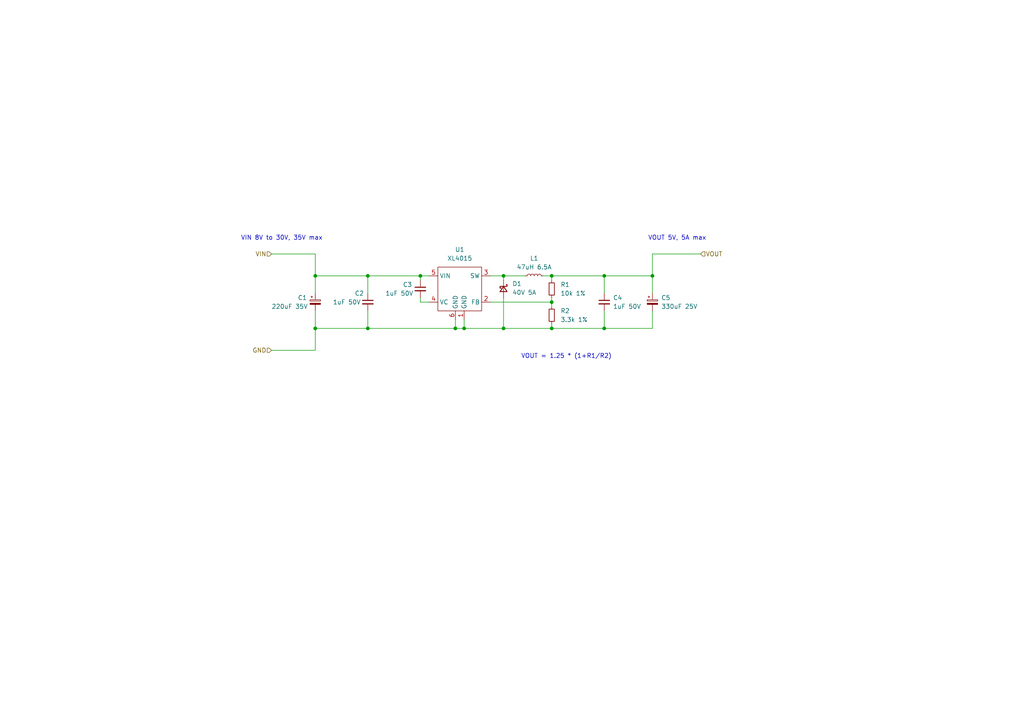
<source format=kicad_sch>
(kicad_sch (version 20211123) (generator eeschema)
  (paper "A4")
  (lib_symbols
    (symbol "Device:C_Polarized_Small" (pin_numbers hide) (pin_names (offset 0.254) hide)
      (property "Reference" "C" (at 0.254 1.778 0))
      (property "Value" "C_Polarized_Small" (at 0.254 -2.032 0))
      (symbol "C_Polarized_Small_0_1"
        (rectangle (start -1.524 -0.3048) (end 1.524 -0.6858) (fill (type outline)))
        (rectangle (start -1.524 0.6858) (end 1.524 0.3048))
        (polyline (pts (xy -1.27 1.524) (xy -0.762 1.524)))
        (polyline (pts (xy -1.016 1.27) (xy -1.016 1.778)))
      )
      (symbol "C_Polarized_Small_1_1"
        (pin passive line (at 0 2.54 270) (length 1.8542) (name "~") (number "1"))
        (pin passive line (at 0 -2.54 90) (length 1.8542) (name "~") (number "2"))
      )
    )
    (symbol "Device:C_Small" (pin_numbers hide) (pin_names (offset 0.254) hide)
      (property "Reference" "C" (at 0.254 1.778 0))
      (property "Value" "C_Small" (at 0.254 -2.032 0))
      (symbol "C_Small_0_1"
        (polyline (pts (xy -1.524 -0.508) (xy 1.524 -0.508)) (stroke (width 0.3302)))
        (polyline (pts (xy -1.524 0.508) (xy 1.524 0.508)) (stroke (width 0.3048)))
      )
      (symbol "C_Small_1_1"
        (pin passive line (at 0 2.54 270) (length 2.032) (name "~") (number "1"))
        (pin passive line (at 0 -2.54 90) (length 2.032) (name "~") (number "2"))
      )
    )
    (symbol "Device:D_Schottky_Small" (pin_numbers hide) (pin_names (offset 0.254) hide)
      (property "Reference" "D" (at -1.27 2.032 0))
      (property "Value" "D_Schottky_Small" (at -7.112 -2.032 0))
      (symbol "D_Schottky_Small_0_1"
        (polyline (pts (xy -0.762 0) (xy 0.762 0)))
        (polyline (pts (xy 0.762 -1.016) (xy -0.762 0) (xy 0.762 1.016) (xy 0.762 -1.016)) (stroke (width 0.254)))
        (polyline (pts (xy -1.27 0.762) (xy -1.27 1.016) (xy -0.762 1.016) (xy -0.762 -1.016) (xy -0.254 -1.016) (xy -0.254 -0.762)) (stroke (width 0.254)))
      )
      (symbol "D_Schottky_Small_1_1"
        (pin passive line (at -2.54 0 0) (length 1.778) (name "K") (number "1"))
        (pin passive line (at 2.54 0 180) (length 1.778) (name "A") (number "2"))
      )
    )
    (symbol "Device:L_Small" (pin_numbers hide) (pin_names (offset 0.254) hide)
      (property "Reference" "L" (at 0.762 1.016 0))
      (property "Value" "L_Small" (at 0.762 -1.016 0))
      (symbol "L_Small_0_1"
        (arc (start 0 -2.032) (mid 0.508 -1.524) (end 0 -1.016))
        (arc (start 0 -1.016) (mid 0.508 -0.508) (end 0 0))
        (arc (start 0 0) (mid 0.508 0.508) (end 0 1.016))
        (arc (start 0 1.016) (mid 0.508 1.524) (end 0 2.032))
      )
      (symbol "L_Small_1_1"
        (pin passive line (at 0 2.54 270) (length 0.508) (name "~") (number "1"))
        (pin passive line (at 0 -2.54 90) (length 0.508) (name "~") (number "2"))
      )
    )
    (symbol "Device:R_Small" (pin_numbers hide) (pin_names (offset 0.254) hide)
      (property "Reference" "R" (at 0.762 0.508 0))
      (property "Value" "R_Small" (at 0.762 -1.016 0))
      (symbol "R_Small_0_1"
        (rectangle (start -0.762 1.778) (end 0.762 -1.778) (stroke (width 0.2032)))
      )
      (symbol "R_Small_1_1"
        (pin passive line (at 0 2.54 270) (length 0.762) (name "~") (number "1"))
        (pin passive line (at 0 -2.54 90) (length 0.762) (name "~") (number "2"))
      )
    )
    (symbol "XL4015_1"
      (property "Reference" "U" (at -5.08 7.62 0))
      (property "Value" "XL4015_1" (at 2.54 7.62 0))
      (symbol "XL4015_1_0_1"
        (rectangle (start -6.35 6.35) (end 6.35 -6.35))
      )
      (symbol "XL4015_1_1_1"
        (pin input line (at 1.27 -8.89 90) (length 2.54) (name "GND") (number "1"))
        (pin input line (at 8.89 -3.81 180) (length 2.54) (name "FB") (number "2"))
        (pin input line (at 8.89 3.81 180) (length 2.54) (name "SW") (number "3"))
        (pin input line (at -8.89 -3.81 0) (length 2.54) (name "VC") (number "4"))
        (pin power_in line (at -8.89 3.81 0) (length 2.54) (name "VIN") (number "5"))
        (pin input line (at -1.27 -8.89 90) (length 2.54) (name "GND") (number "6"))
      )
    )
  )
  (junction (at 160.02 87.63))
  (junction (at 106.68 95.25))
  (junction (at 106.68 80.01))
  (junction (at 132.08 95.25))
  (junction (at 121.92 80.01))
  (junction (at 175.26 95.25))
  (junction (at 134.62 95.25))
  (junction (at 146.05 80.01))
  (junction (at 175.26 80.01))
  (junction (at 91.44 95.25))
  (junction (at 160.02 95.25))
  (junction (at 160.02 80.01))
  (junction (at 189.23 80.01))
  (junction (at 91.44 80.01))
  (junction (at 146.05 95.25))
  (wire (pts (xy 134.62 95.25) (xy 132.08 95.25)))
  (wire (pts (xy 175.26 80.01) (xy 189.23 80.01)))
  (wire (pts (xy 121.92 87.63) (xy 121.92 86.36)))
  (wire (pts (xy 146.05 80.01) (xy 146.05 81.28)))
  (wire (pts (xy 91.44 80.01) (xy 106.68 80.01)))
  (wire (pts (xy 78.74 73.66) (xy 91.44 73.66)))
  (wire (pts (xy 146.05 95.25) (xy 160.02 95.25)))
  (wire (pts (xy 189.23 90.17) (xy 189.23 95.25)))
  (wire (pts (xy 124.46 87.63) (xy 121.92 87.63)))
  (wire (pts (xy 175.26 90.17) (xy 175.26 95.25)))
  (wire (pts (xy 189.23 73.66) (xy 203.2 73.66)))
  (wire (pts (xy 146.05 86.36) (xy 146.05 95.25)))
  (wire (pts (xy 121.92 80.01) (xy 106.68 80.01)))
  (wire (pts (xy 106.68 90.17) (xy 106.68 95.25)))
  (wire (pts (xy 146.05 80.01) (xy 152.4 80.01)))
  (wire (pts (xy 91.44 85.09) (xy 91.44 80.01)))
  (wire (pts (xy 124.46 80.01) (xy 121.92 80.01)))
  (wire (pts (xy 157.48 80.01) (xy 160.02 80.01)))
  (wire (pts (xy 160.02 80.01) (xy 175.26 80.01)))
  (wire (pts (xy 160.02 86.36) (xy 160.02 87.63)))
  (wire (pts (xy 106.68 95.25) (xy 132.08 95.25)))
  (wire (pts (xy 142.24 80.01) (xy 146.05 80.01)))
  (wire (pts (xy 189.23 80.01) (xy 189.23 85.09)))
  (wire (pts (xy 78.74 101.6) (xy 91.44 101.6)))
  (wire (pts (xy 132.08 95.25) (xy 132.08 92.71)))
  (wire (pts (xy 142.24 87.63) (xy 160.02 87.63)))
  (wire (pts (xy 175.26 80.01) (xy 175.26 85.09)))
  (wire (pts (xy 175.26 95.25) (xy 189.23 95.25)))
  (wire (pts (xy 106.68 80.01) (xy 106.68 85.09)))
  (wire (pts (xy 160.02 95.25) (xy 175.26 95.25)))
  (wire (pts (xy 160.02 93.98) (xy 160.02 95.25)))
  (wire (pts (xy 134.62 92.71) (xy 134.62 95.25)))
  (wire (pts (xy 189.23 73.66) (xy 189.23 80.01)))
  (wire (pts (xy 91.44 73.66) (xy 91.44 80.01)))
  (wire (pts (xy 160.02 80.01) (xy 160.02 81.28)))
  (wire (pts (xy 160.02 87.63) (xy 160.02 88.9)))
  (wire (pts (xy 91.44 95.25) (xy 106.68 95.25)))
  (wire (pts (xy 121.92 80.01) (xy 121.92 81.28)))
  (wire (pts (xy 91.44 90.17) (xy 91.44 95.25)))
  (wire (pts (xy 91.44 101.6) (xy 91.44 95.25)))
  (wire (pts (xy 146.05 95.25) (xy 134.62 95.25)))
  (text "VOUT = 1.25 * (1+R1/R2)" (at 151.13 104.14 0) (effects (font (size 1.27 1.27)) (justify left bottom)))
  (text "VIN 8V to 30V, 35V max" (at 69.85 69.85 0) (effects (font (size 1.27 1.27)) (justify left bottom)))
  (text "VOUT 5V, 5A max" (at 187.96 69.85 0) (effects (font (size 1.27 1.27)) (justify left bottom)))
  (hierarchical_label "VOUT" (shape input) (at 203.2 73.66 0))
  (hierarchical_label "VIN" (shape input) (at 78.74 73.66 180))
  (hierarchical_label "GND" (shape input) (at 78.74 101.6 180))
  (symbol (lib_id "Device:C_Small") (at 121.92 83.82 0) (unit 1)
    (property "Reference" "C3" (at 116.84 82.55 0) (effects (justify left)))
    (property "Value" "1uF 50V" (at 111.76 85.09 0) (effects (justify left)))
    (property "Footprint" "Capacitor_SMD:C_0402_1005Metric" (effects hide))
    (property "Val" "1uF 50V" (effects hide))
    (property "Manu" "Murata" (effects hide))
    (property "Part" "GRM155R61H105KE05D" (effects hide))
  )
  (symbol (lib_id "Device:C_Small") (at 106.68 87.63 0) (unit 1)
    (property "Reference" "C2" (at 102.87 85.09 0) (effects (justify left)))
    (property "Value" "1uF 50V" (at 96.52 87.63 0) (effects (justify left)))
    (property "Footprint" "Capacitor_SMD:C_0402_1005Metric" (effects hide))
    (property "Val" "1uF 50V" (effects hide))
    (property "Manu" "Murata" (effects hide))
    (property "Part" "GRM155R61H105KE05D" (effects hide))
  )
  (symbol (lib_id "Device:C_Polarized_Small") (at 91.44 87.63 0) (unit 1)
    (property "Reference" "C1" (at 86.36 86.36 0) (effects (justify left)))
    (property "Value" "220uF 35V" (at 78.74 88.9 0) (effects (justify left)))
    (property "Footprint" "Capacitor_SMD:CP_Elec_10x10" (effects hide))
    (property "Manu" "Nichicon" (effects hide))
    (property "Part" "GYA1V271MCW1GS" (effects hide))
  )
  (symbol (lib_id "Device:D_Schottky_Small") (at 146.05 83.82 270) (unit 1)
    (property "Reference" "D1" (at 148.59 82.2959 90) (effects (justify left)))
    (property "Value" "40V 5A" (at 148.59 84.8359 90) (effects (justify left)))
    (property "Footprint" "Diode_SMD:D_SMB" (effects hide))
    (property "Datasheet" "https://datasheet.lcsc.com/lcsc/2204121445_Changzhou-Starsea-Elec-SK54_C2992085.pdf" (effects hide))
    (property "Manu" " Changzhou Starsea Elec" (effects hide))
    (property "Part" "SK54" (effects hide))
  )
  (symbol (lib_id "Device:R_Small") (at 160.02 91.44 0) (unit 1)
    (property "Reference" "R2" (at 162.56 90.1699 0) (effects (justify left)))
    (property "Value" "3.3k 1%" (at 162.56 92.7099 0) (effects (justify left)))
    (property "Footprint" "Resistor_SMD:R_0402_1005Metric" (effects hide))
  )
  (symbol (lib_id "Device:R_Small") (at 160.02 83.82 0) (unit 1)
    (property "Reference" "R1" (at 162.56 82.5499 0) (effects (justify left)))
    (property "Value" "10k 1%" (at 162.56 85.0899 0) (effects (justify left)))
    (property "Footprint" "Resistor_SMD:R_0402_1005Metric" (effects hide))
  )
  (symbol (lib_id "Device:C_Polarized_Small") (at 189.23 87.63 0) (unit 1)
    (property "Reference" "C5" (at 191.77 86.36 0) (effects (justify left)))
    (property "Value" "330uF 25V" (at 191.77 88.9 0) (effects (justify left)))
    (property "Footprint" "Capacitor_SMD:CP_Elec_10x10" (effects hide))
    (property "Manu" "Panasonic" (effects hide))
    (property "Part" "EEHZA1E331P" (effects hide))
  )
  (symbol (lib_id "Device:C_Small") (at 175.26 87.63 0) (unit 1)
    (property "Reference" "C4" (at 177.8 86.36 0) (effects (justify left)))
    (property "Value" "1uF 50V" (at 177.8 88.9 0) (effects (justify left)))
    (property "Footprint" "Capacitor_SMD:C_0402_1005Metric" (effects hide))
    (property "Val" "1uF 50V" (effects hide))
    (property "Manu" "Murata" (effects hide))
    (property "Part" "GRM155R61H105KE05D" (effects hide))
  )
  (symbol (lib_name "XL4015_1") (lib_id "runger:XL4015") (at 133.35 83.82 0) (unit 1)
    (property "Reference" "U1" (at 133.35 72.39 0))
    (property "Value" "XL4015" (at 133.35 74.93 0))
    (property "Footprint" "Package_TO_SOT_SMD:TO-263-5_TabPin3" (effects hide))
  )
  (symbol (lib_id "Device:L_Small") (at 154.94 80.01 90) (unit 1)
    (property "Reference" "L1" (at 154.94 74.93 90))
    (property "Value" "47uH 6.5A" (at 154.94 77.47 90))
    (property "Footprint" "runger:Inductor_14x12.8" (effects hide))
    (property "Datasheet" "https://www.mouser.at/datasheet/2/447/P770-2902936.pdf" (effects hide))
    (property "Manu" "Pulse" (effects hide))
    (property "Part" "PA4343.473NLT" (effects hide))
  )
)
</source>
